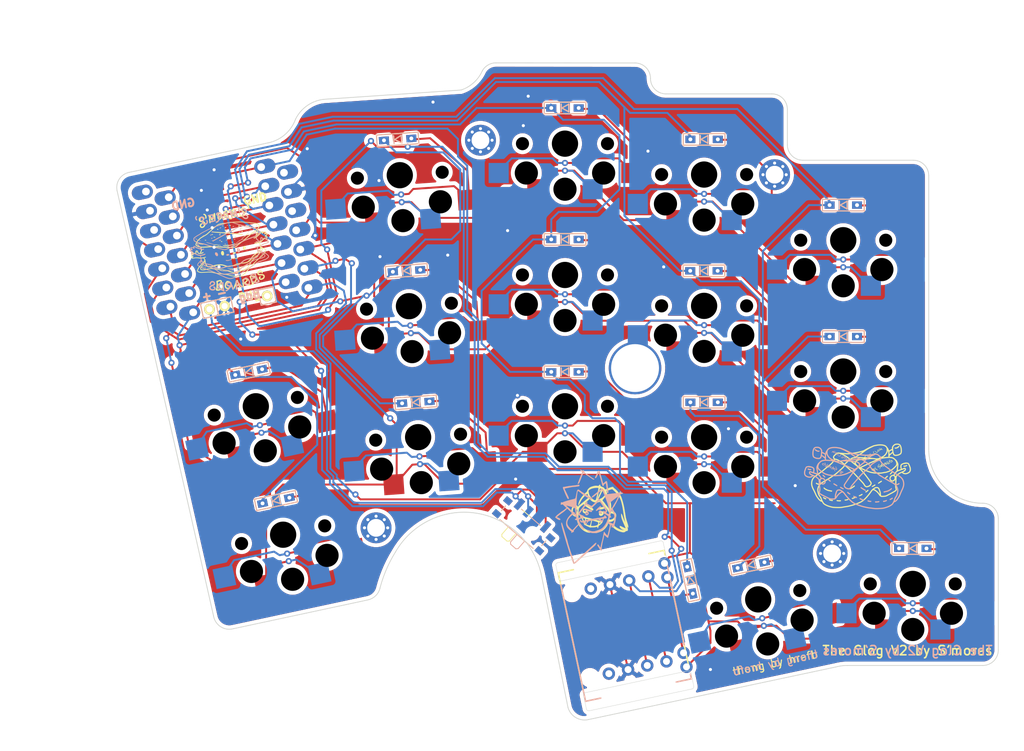
<source format=kicad_pcb>
(kicad_pcb (version 20211014) (generator pcbnew)
  (title_block (title "The Clog V2") (date "2022-06-26") (rev "1.1") (company "by S'mores"))
  (layers (0 "F.Cu" signal) (31 "B.Cu" signal) (34 "B.Paste" user) (35 "F.Paste" user) (36 "B.SilkS" user "B.Silkscreen") (37 "F.SilkS" user "F.Silkscreen") (38 "B.Mask" user) (39 "F.Mask" user) (44 "Edge.Cuts" user))
  (net 0 "")
  (net 1 "Bat+")
  (net 2 "GND")
  (net 3 "Col1")
  (net 4 "Col2")
  (net 5 "Net-(D2-Pad2)")
  (net 6 "Col3")
  (net 7 "Net-(D3-Pad2)")
  (net 8 "Col4")
  (net 9 "Net-(D4-Pad2)")
  (net 10 "Col5")
  (net 11 "Net-(D5-Pad2)")
  (net 12 "Net-(D6-Pad2)")
  (net 13 "Net-(D7-Pad2)")
  (net 14 "Net-(D8-Pad2)")
  (net 15 "Net-(D9-Pad2)")
  (net 16 "Net-(D10-Pad2)")
  (net 17 "Net-(D11-Pad2)")
  (net 18 "Net-(D12-Pad2)")
  (net 19 "Net-(D13-Pad2)")
  (net 20 "Net-(D14-Pad2)")
  (net 21 "S16R")
  (net 22 "Net-(D17-Pad2)")
  (net 23 "Net-(D18-Pad2)")
  (net 24 "Row1")
  (net 25 "Row2")
  (net 26 "Row3")
  (net 27 "Row4")
  (net 28 "EncL")
  (net 29 "EncR")
  (net 31 "Power")
  (net 35 "unconnected-(U1-Pad14)")
  (footprint "art:clogs" (layer "F.Cu") (at 197.82843 102.612905 1)
    (fp_text reference "G***" hide)
    (fp_text value "LOGO" hide)
  )
  (footprint "footprints:smd-diode" (layer "F.Cu") (at 118.013535 89.943114 12)
    (fp_text reference "D6" hide)
    (fp_text value "1N4148W" hide)
  )
  (footprint "footprints:smd-diode" (layer "F.Cu") (at 158.934527 89.916)
    (fp_text reference "D13" hide)
    (fp_text value "1N4148W" hide)
  )
  (footprint "pg1350:pg1350-DH" (layer "F.Cu") (at 158.934528 94.371807 180)
    (fp_text reference "SW13" hide)
    (fp_text value "Switch")
  )
  (footprint "footprints:smd-diode" (layer "F.Cu") (at 194.945 68.326)
    (fp_text reference "D5" hide)
    (fp_text value "1N4148W" hide)
  )
  (footprint "footprints:xiao-ble" (layer "F.Cu") (at 116.70769 73.173221 12)
    (fp_text reference "U2" hide)
    (fp_text value "xiao-ble" hide)
  )
  (footprint "pg1350:pg1350-DH" (layer "F.Cu") (at 158.934529 60.371806 180)
    (fp_text reference "SW3" hide)
    (fp_text value "Switch")
  )
  (footprint "pg1350:pg1350-DH" (layer "F.Cu") (at 139.934528 98.371806 -176)
    (fp_text reference "SW12" hide)
    (fp_text value "Switch")
  )
  (footprint "footprints:evq" (layer "F.Cu") (at 167.168303 122.69371 -78)
    (fp_text reference "SW16_1" hide)
    (fp_text value "EVQWGD001" hide)
    (fp_line (start 9.8 7.3) (end 9.8 -6.3) (layer "Edge.Cuts") (width 0.05))
    (fp_line (start 7.7 7.6) (end 9.5 7.6) (layer "Edge.Cuts") (width 0.05))
    (fp_line (start 9.5 -6.6) (end 7.7 -6.6) (layer "Edge.Cuts") (width 0.05))
    (fp_line (start 7.4 -6.3) (end 7.4 7.3) (layer "Edge.Cuts") (width 0.05))
    (fp_arc (start 9.8 7.3) (mid 9.712132 7.512132) (end 9.5 7.6) (layer "Edge.Cuts") (width 0.05))
    (fp_arc (start 7.4 -6.3) (mid 7.487868 -6.512132) (end 7.7 -6.6) (layer "Edge.Cuts") (width 0.05))
    (fp_arc (start 7.7 7.6) (mid 7.487868 7.512132) (end 7.4 7.3) (layer "Edge.Cuts") (width 0.05))
    (fp_arc (start 9.5 -6.6) (mid 9.712132 -6.512132) (end 9.8 -6.3) (layer "Edge.Cuts") (width 0.05))
  )
  (footprint "footprints:m2-hole" (layer "F.Cu") (at 134.493 110.109)
    (fp_text reference "Ref**" hide)
    (fp_text value "Val**" hide)
  )
  (footprint "footprints:smd-diode" (layer "F.Cu") (at 175.113666 116.888233 -78)
    (fp_text reference "D16" hide)
    (fp_text value "1N4148W" hide)
  )
  (footprint "footprints:smd-diode" (layer "F.Cu") (at 176.934529 59.817)
    (fp_text reference "D4" hide)
    (fp_text value "1N4148W" hide)
  )
  (footprint "pg1350:pg1350-DH" (layer "F.Cu") (at 176.934529 81.371806 180)
    (fp_text reference "SW9" hide)
    (fp_text value "Switch")
  )
  (footprint "pg1350:pg1350-DH" (layer "F.Cu") (at 118.934529 94.371806 -168)
    (fp_text reference "SW6" hide)
    (fp_text value "Switch")
  )
  (footprint "pg1350:pg1350-DH" (layer "F.Cu") (at 176.934529 98.371806 180)
    (fp_text reference "SW14" hide)
    (fp_text value "Switch")
  )
  (footprint "footprints:m2-hole" (layer "F.Cu") (at 186.055 64.389)
    (fp_text reference "Ref**" hide)
    (fp_text value "Val**" hide)
  )
  (footprint "pg1350:pg1350-DH" (layer "F.Cu") (at 137.562809 64.454629 -176)
    (fp_text reference "SW2" hide)
    (fp_text value "Switch")
  )
  (footprint "footprints:smd-diode" (layer "F.Cu") (at 194.948 85.344)
    (fp_text reference "D10" hide)
    (fp_text value "1N4148W" hide)
  )
  (footprint "footprints:smd-diode" (layer "F.Cu") (at 176.934528 93.853)
    (fp_text reference "D14" hide)
    (fp_text value "1N4148W" hide)
  )
  (footprint "footprints:smd-diode" (layer "F.Cu") (at 203.934528 112.776)
    (fp_text reference "D18" hide)
    (fp_text value "1N4148W" hide)
  )
  (footprint "pg1350:pg1350-DH" (layer "F.Cu") (at 203.934529 117.371806 180)
    (fp_text reference "SW18" hide)
    (fp_text value "Switch")
  )
  (footprint "footprints:smd-diode" (layer "F.Cu") (at 121.541629 106.576165 12)
    (fp_text reference "D11" hide)
    (fp_text value "1N4148W" hide)
  )
  (footprint "footprints:catra_half" (layer "F.Cu") (at 161.85 108.65)
    (fp_text reference "Ref**" hide)
    (fp_text value "Val**" hide)
  )
  (footprint "pg1350:pg1350-DH" (layer "F.Cu") (at 122.469027 111.000316 -168)
    (fp_text reference "SW11" hide)
    (fp_text value "Switch")
  )
  (footprint "footprints:m2-hole" (layer "F.Cu") (at 193.498328 113.426632)
    (fp_text reference "Ref**" hide)
    (fp_text value "Val**" hide)
  )
  (footprint "footprints:smd-diode" (layer "F.Cu") (at 139.63367 93.864054 4)
    (fp_text reference "D12" hide)
    (fp_text value "1N4148W" hide)
  )
  (footprint "art:smores" (layer "F.Cu") (at 115.5 74.5 12)
    (fp_text reference "G***" hide)
    (fp_text value "LOGO" hide)
  )
  (footprint "pg1350:pg1350-DH" (layer "F.Cu") (at 183.934528 119.371807 -168)
    (fp_text reference "SW17" hide)
    (fp_text value "Switch")
  )
  (footprint "footprints:tenting-puck" (layer "F.Cu") (at 167.998328 89.426631)
    (fp_text reference "REF**" hide)
    (fp_text value "Tenting Puck" hide)
  )
  (footprint "footprints:m2-hole" (layer "F.Cu") (at 147.998328 59.926631)
    (fp_text reference "Ref**" hide)
    (fp_text value "Val**" hide)
  )
  (footprint "footprints:smd-diode" (layer "F.Cu") (at 137.287 59.817 4)
    (fp_text reference "D2" hide)
    (fp_text value "1N4148W" hide)
  )
  (footprint "footprints:smd-diode" (layer "F.Cu") (at 158.934527 72.771)
    (fp_text reference "D8" hide)
    (fp_text value "1N4148W" hide)
  )
  (footprint "footprints:single-pin" (layer "F.Cu") (at 120.395736 80.093489 12)
    (fp_text reference "PW1" hide)
    (fp_text value "MountingHole_Pad" hide)
  )
  (footprint "footprints:single-pin" (layer "F.Cu") (at 112.938648 81.815722 12)
    (fp_text reference "+1" hide)
    (fp_text value "MountingHole_Pad" hide)
  )
  (footprint "footprints:smd-diode" (layer "F.Cu") (at 158.934527 55.753)
    (fp_text reference "D3" hide)
    (fp_text value "1N4148W" hide)
  )
  (footprint "footprints:smd-diode" (layer "F.Cu") (at 183.007 114.935 12)
    (fp_text reference "D17" hide)
    (fp_text value "1N4148W" hide)
  )
  (footprint "pg1350:pg1350-DH" (layer "F.Cu") (at 158.934529 77.371807 180)
    (fp_text reference "SW8" hide)
    (fp_text value "Switch")
  )
  (footprint "Button_Switch_SMD:SW_SPDT_PCM12" (layer "F.Cu") (at 153.797 109.601 -41)
    (fp_text reference "SW20" hide)
    (fp_text value "SW_SPDT" hide)
  )
  (footprint "pg1350:pg1350-DH" (layer "F.Cu") (at 194.93453 72.871806 180)
    (fp_text reference "SW5" hide)
    (fp_text value "Switch")
  )
  (footprint "pg1350:pg1350-DH" (layer "F.Cu") (at 194.934529 89.871806 180)
    (fp_text reference "SW10" hide)
    (fp_text value "Switch")
  )
  (footprint "footprints:single-pin" (layer "F.Cu") (at 114.894943 81.399898 12)
    (fp_text reference "-1" hide)
    (fp_text value "MountingHole_Pad" hide)
  )
  (footprint "footprints:smd-diode" (layer "F.Cu") (at 176.911 76.835)
    (fp_text reference "D9" hide)
    (fp_text value "1N4148W" hide)
  )
  (footprint "pg1350:pg1350-DH" (layer "F.Cu") (at 176.934528 64.371806 180)
    (fp_text reference "SW4" hide)
    (fp_text value "Switch")
  )
  (footprint "footprints:adora_half" (layer "F.Cu") (at 163.214047 107.751686)
    (fp_text reference "Ref**" hide)
    (fp_text value "Val**" hide)
  )
  (footprint "footprints:smd-diode" (layer "F.Cu") (at 138.437324 76.835 4)
    (fp_text reference "D7" hide)
    (fp_text value "1N4148W" hide)
  )
  (footprint "pg1350:pg1350-DH" (layer "F.Cu") (at 138.74867 81.413216 -176)
    (fp_text reference "SW7" hide)
    (fp_text value "Switch")
  )
  (footprint "art:clogs" (layer "B.Cu") (at 195.720516 102.879927 -179)
    (fp_text reference "G***" hide)
    (fp_text value "LOGO" hide)
  )
  (footprint "art:smores" (layer "B.Cu") (at 115.882608 74.471797 -168)
    (fp_text reference "G***" hide)
    (fp_text value "LOGO" hide)
  )
  (footprint "Button_Switch_SMD:SW_SPDT_PCM12" (layer "B.Cu") (at 153.797 109.601 139)
    (fp_text reference "SW21" hide)
    (fp_text value "SW_SPDT" hide)
  )
  (footprint "footprints:xiao-ble" (layer "B.Cu") (at 113.757348 72.440636 -168)
    (fp_text reference "U1" hide)
    (fp_text value "xiao-ble" hide)
  )
  (footprint "footprints:evq" (layer "B.Cu") (at 167.168303 122.69371 102)
    (fp_text reference "SW16_2" hide)
    (fp_text value "EVQWGD001" hide)
    (fp_line (start 7.7 -7.6) (end 9.5 -7.6) (layer "Edge.Cuts") (width 0.05))
    (fp_line (start 9.8 -7.3) (end 9.8 6.3) (layer "Edge.Cuts") (width 0.05))
    (fp_line (start 9.5 6.6) (end 7.7 6.6) (layer "Edge.Cuts") (width 0.05))
    (fp_line (start 7.4 6.3) (end 7.4 -7.3) (layer "Edge.Cuts") (width 0.05))
    (fp_arc (start 7.4 -7.3) (mid 7.487868 -7.512132) (end 7.7 -7.6) (layer "Edge.Cuts") (width 0.05))
    (fp_arc (start 9.5 -7.6) (mid 9.712132 -7.512132) (end 9.8 -7.3) (layer "Edge.Cuts") (width 0.05))
    (fp_arc (start 7.7 6.6) (mid 7.487868 6.512132) (end 7.4 6.3) (layer "Edge.Cuts") (width 0.05))
    (fp_arc (start 9.8 6.3) (mid 9.712132 6.512132) (end 9.5 6.6) (layer "Edge.Cuts") (width 0.05))
  )
  (gr_arc (start 148.248329 50.926632) (mid 147.136333 52.465937) (end 145.498328 53.426633) (layer "Edge.Cuts") (width 0.1))
  (gr_line (start 167.998327 49.926631) (end 149.998328 49.911068) (layer "Edge.Cuts") (width 0.1))
  (gr_arc (start 115.998328 123.17663) (mid 114.367972 122.900663) (end 113.464826 121.515548) (layer "Edge.Cuts") (width 0.1))
  (gr_arc (start 193.998327 128.119213) (mid 194.742171 127.974973) (end 195.498328 127.926631) (layer "Edge.Cuts") (width 0.1))
  (gr_arc (start 124.06693 57.214424) (mid 125.573907 55.45195) (end 127.742624 54.631) (layer "Edge.Cuts") (width 0.1))
  (gr_line (start 113.464826 121.515548) (end 100.985938 66.465388) (layer "Edge.Cuts") (width 0.1))
  (gr_line (start 127.742624 54.631) (end 145.498328 53.426633) (layer "Edge.Cuts") (width 0.1))
  (gr_line (start 212.998328 127.926631) (end 195.498328 127.926631) (layer "Edge.Cuts") (width 0.1))
  (gr_arc (start 161.998327 134.92663) (mid 160.335901 134.676255) (end 159.316103 133.339708) (layer "Edge.Cuts") (width 0.1))
  (gr_arc (start 185.706 53.926631) (mid 187.120194 54.512437) (end 187.706 55.926632) (layer "Edge.Cuts") (width 0.1))
  (gr_line (start 185.706 53.926631) (end 171.998327 53.926631) (layer "Edge.Cuts") (width 0.1))
  (gr_line (start 159.316103 133.339708) (end 155.862809 116.141385) (layer "Edge.Cuts") (width 0.1))
  (gr_arc (start 124.06693 57.214424) (mid 122.73154 59.170286) (end 120.622141 60.246903) (layer "Edge.Cuts") (width 0.1))
  (gr_arc (start 212.998327 106.926631) (mid 214.412542 107.512416) (end 214.998328 108.926631) (layer "Edge.Cuts") (width 0.1))
  (gr_line (start 187.706 55.926632) (end 187.706 60.516001) (layer "Edge.Cuts") (width 0.1))
  (gr_arc (start 167.998327 49.926631) (mid 169.412541 50.512418) (end 169.998327 51.926632) (layer "Edge.Cuts") (width 0.1))
  (gr_arc (start 148.248329 50.926632) (mid 148.986662 50.18335) (end 149.998328 49.911068) (layer "Edge.Cuts") (width 0.1))
  (gr_arc (start 214.998327 125.926631) (mid 214.412541 127.340845) (end 212.998328 127.926631) (layer "Edge.Cuts") (width 0.1))
  (gr_arc (start 189.706 62.516) (mid 188.291767 61.930234) (end 187.706 60.516001) (layer "Edge.Cuts") (width 0.1))
  (gr_arc (start 171.998327 53.926631) (mid 170.584114 53.340845) (end 169.998327 51.926632) (layer "Edge.Cuts") (width 0.1))
  (gr_arc (start 137 113.25) (mid 147.42601 108.207088) (end 155.862809 116.141385) (layer "Edge.Cuts") (width 0.1))
  (gr_arc (start 134.998328 117.926631) (mid 135.822581 115.512735) (end 137 113.25) (layer "Edge.Cuts") (width 0.1))
  (gr_line (start 102.52641 64.093269) (end 120.622141 60.246903) (layer "Edge.Cuts") (width 0.1))
  (gr_arc (start 203.998327 62.516) (mid 205.412512 63.101798) (end 205.998328 64.516) (layer "Edge.Cuts") (width 0.1))
  (gr_line (start 214.998328 108.926631) (end 214.998327 125.926631) (layer "Edge.Cuts") (width 0.1))
  (gr_line (start 133.498328 119.42663) (end 115.998328 123.17663) (layer "Edge.Cuts") (width 0.1))
  (gr_line (start 189.706 62.516) (end 203.998327 62.516) (layer "Edge.Cuts") (width 0.1))
  (gr_arc (start 134.998327 117.926631) (mid 134.456065 118.884368) (end 133.498328 119.42663) (layer "Edge.Cuts") (width 0.1))
  (gr_line (start 193.998327 128.119213) (end 161.998327 134.926631) (layer "Edge.Cuts") (width 0.1))
  (gr_arc (start 100.985938 66.465388) (mid 101.264892 64.960287) (end 102.52641 64.093269) (layer "Edge.Cuts") (width 0.1))
  (gr_line (start 205.998328 64.516) (end 205.998328 99.926631) (layer "Edge.Cuts") (width 0.1))
  (gr_arc (start 212.998327 106.926631) (mid 208.04858 104.876378) (end 205.998328 99.926631) (layer "Edge.Cuts") (width 0.1))
  (gr_text "GND" (at 109.53881 68.225611 12) (layer "B.SilkS") (effects (font (size 1 1) (thickness 0.25)) (justify mirror)))
  (gr_text "Bdg" (at 118.090948 80.072216 12) (layer "B.SilkS") (effects (font (size 1 1) (thickness 0.25)) (justify mirror)))
  (gr_text "+" (at 112.574802 80.103963 12) (layer "B.SilkS") (effects (font (size 1 1) (thickness 0.25)) (justify mirror)))
  (gr_text "The Clog V2 by S'mores" (at 203.25 126) (layer "B.SilkS") (effects (font (size 1.2 1.2) (thickness 0.2)) (justify mirror)))
  (gr_text "-" (at 114.531097 79.68814 12) (layer "B.SilkS") (effects (font (size 1 1) (thickness 0.25)) (justify mirror)))
  (gr_text "thong by hrefb" (at 186.14635 127.589491 12) (layer "B.SilkS") (effects (font (size 1 1)) (justify mirror)))
  (gr_text "The Clog V2 by S'mores" (at 203.25 126) (layer "F.SilkS") (effects (font (size 1.2 1.2) (thickness 0.2))))
  (gr_text "Bdg" (at 118.090948 80.072216 12) (layer "F.SilkS") (effects (font (size 1 1) (thickness 0.25))))
  (gr_text "-" (at 114.531097 79.68814 12) (layer "F.SilkS") (effects (font (size 1 1) (thickness 0.25))))
  (gr_text "thong by hrefb" (at 186.15 127.6 12) (layer "F.SilkS") (effects (font (size 1 1))))
  (gr_text "+" (at 112.582088 80.104223 12) (layer "F.SilkS") (effects (font (size 1 1) (thickness 0.25))))
  (gr_text "GND" (at 118.846565 67.525112 12) (layer "F.SilkS") (effects (font (size 1 1) (thickness 0.25))))
  (segment (start 154.169132 106.036132) (end 155.301197 107.168197) (width 0.25) (layer "F.Cu") (net 1))
  (segment (start 155.301197 107.168197) (end 155.301197 109.01381) (width 0.25) (layer "F.Cu") (net 1))
  (via (at 154.169132 106.036132) (size 0.8) (drill 0.4) (layers "F.Cu" "B.Cu") (net 1))
  (segment (start 128.143 89.027) (end 128.143 102.625604) (width 0.25) (layer "B.Cu") (net 1))
  (segment (start 154.169132 106.036132) (end 154.169132 108.029721) (width 0.25) (layer "B.Cu") (net 1))
  (segment (start 148.149604 106.865) (end 149.927604 105.087) (width 0.25) (layer "B.Cu") (net 1))
  (segment (start 128.963 104.198) (end 131.63 106.865) (width 0.25) (layer "B.Cu") (net 1))
  (segment (start 126.366 87.25) (end 128.143 89.027) (width 0.25) (layer "B.Cu") (net 1))
  (segment (start 113.250515 83.532515) (end 116.968 87.25) (width 0.25) (layer "B.Cu") (net 1))
  (segment (start 149.927604 105.087) (end 153.22 105.087) (width 0.25) (layer "B.Cu") (net 1))
  (segment (start 128.963 103.445604) (end 128.963 104.198) (width 0.25) (layer "B.Cu") (net 1))
  (segment (start 153.22 105.087) (end 154.169132 106.036132) (width 0.25) (layer "B.Cu") (net 1))
  (segment (start 131.63 106.865) (end 148.149604 106.865) (width 0.25) (layer "B.Cu") (net 1))
  (segment (start 116.968 87.25) (end 126.366 87.25) (width 0.25) (layer "B.Cu") (net 1))
  (segment (start 128.143 102.625604) (end 128.963 103.445604) (width 0.25) (layer "B.Cu") (net 1))
  (segment (start 112.938648 81.815722) (end 113.250515 83.282943) (width 0.25) (layer "B.Cu") (net 1))
  (segment (start 113.250515 83.282943) (end 113.250515 83.532515) (width 0.25) (layer "B.Cu") (net 1))
  (segment (start 164.756552 117.455678) (end 167.095559 128.459838) (width 0.25) (layer "F.Cu") (net 2))
  (segment (start 105.247672 69.055933) (end 104.383323 69.239656) (width 0.25) (layer "F.Cu") (net 2))
  (via (at 122.936 80.264) (size 0.8) (drill 0.4) (layers "F.Cu" "B.Cu") (net 2))
  (via (at 154.178 54.229) (size 0.8) (drill 0.4) (layers "F.Cu" "B.Cu") (net 2))
  (via (at 112.649 68.961) (size 0.8) (drill 0.4) (layers "F.Cu" "B.Cu") (net 2))
  (via (at 141.859 54.991) (size 0.8) (drill 0.4) (layers "F.Cu" "B.Cu") (net 2))
  (via (at 177.75 128.45) (size 0.8) (drill 0.4) (layers "F.Cu" "B.Cu") (net 2))
  (via (at 180.086 97.282) (size 0.8) (drill 0.4) (layers "F.Cu" "B.Cu") (net 2))
  (via (at 171.704 76.327) (size 0.8) (drill 0.4) (layers "F.Cu" "B.Cu") (net 2))
  (via (at 113.284 71.247) (size 0.8) (drill 0.4) (layers "F.Cu" "B.Cu") (net 2))
  (via (at 113.538 73.787) (size 0.8) (drill 0.4) (layers "F.Cu" "B.Cu") (net 2))
  (via (at 188.722 104.648) (size 0.8) (drill 0.4) (layers "F.Cu" "B.Cu") (net 2))
  (via (at 114.173 76.327) (size 0.8) (drill 0.4) (layers "F.Cu" "B.Cu") (net 2))
  (via (at 113.538 63.754) (size 0.8) (drill 0.4) (layers "F.Cu" "B.Cu") (net 2))
  (via (at 116.981652 85.675293) (size 0.8) (drill 0.4) (layers "F.Cu" "B.Cu") (net 2))
  (via (at 152.55 103.8) (size 0.8) (drill 0.4) (layers "F.Cu" "B.Cu") (net 2))
  (via (at 151.511 71.628) (size 0.8) (drill 0.4) (layers "F.Cu" "B.Cu") (net 2))
  (via (at 134.874 65.151) (size 0.8) (drill 0.4) (layers "F.Cu" "B.Cu") (net 2))
  (via (at 126.619 72.263) (size 0.8) (drill 0.4) (layers "F.Cu" "B.Cu") (net 2))
  (via (at 114.427 78.867) (size 0.8) (drill 0.4) (layers "F.Cu" "B.Cu") (net 2))
  (via (at 111.887 66.421) (size 0.8) (drill 0.4) (layers "F.Cu" "B.Cu") (net 2))
  (via (at 153.543 58.039) (size 0.8) (drill 0.4) (layers "F.Cu" "B.Cu") (net 2))
  (via (at 125.586474 61.022471) (size 0.8) (drill 0.4) (layers "F.Cu" "B.Cu") (net 2))
  (via (at 135 75) (size 0.8) (drill 0.4) (layers "F.Cu" "B.Cu") (net 2))
  (via (at 169.672 61.341) (size 0.8) (drill 0.4) (layers "F.Cu" "B.Cu") (net 2))
  (via (at 152.781 92.964) (size 0.8) (drill 0.4) (layers "F.Cu" "B.Cu") (net 2))
  (via (at 143.764 74.803) (size 0.8) (drill 0.4) (layers "F.Cu" "B.Cu") (net 2))
  (segment (start 125.586474 64.022471) (end 125.586474 61.022471) (width 0.25) (layer "B.Cu") (net 2))
  (segment (start 114.894943 81.399898) (end 115.615069 84.787823) (width 0.25) (layer "B.Cu") (net 2))
  (segment (start 115.615069 84.787823) (end 116.981652 85.675293) (width 0.25) (layer "B.Cu") (net 2))
  (segment (start 123.104983 66.619944) (end 123.104983 66.503962) (width 0.25) (layer "B.Cu") (net 2))
  (segment (start 123.104983 66.503962) (end 125.586474 64.022471) (width 0.25) (layer "B.Cu") (net 2))
  (segment (start 111.517484 85.951576) (end 109.072114 86.471356) (width 0.25) (layer "F.Cu") (net 3))
  (segment (start 112.407029 86.529253) (end 111.517484 85.951576) (width 0.25) (layer "F.Cu") (net 3))
  (segment (start 112.407029 86.529253) (end 112.494419 86.529253) (width 0.25) (layer "F.Cu") (net 3))
  (segment (start 108.842931 87.797996) (end 109.228049 87.204966) (width 0.25) (layer "F.Cu") (net 3))
  (segment (start 112.494419 86.529253) (end 116.277323 90.312157) (width 0.25) (layer "F.Cu") (net 3))
  (segment (start 122.79512 78.309834) (end 111.862897 80.63355) (width 0.25) (layer "F.Cu") (net 3))
  (segment (start 109.228049 87.204966) (end 109.072114 86.471356) (width 0.25) (layer "F.Cu") (net 3))
  (segment (start 111.862897 80.63355) (end 110.838493 82.210993) (width 0.25) (layer "F.Cu") (net 3))
  (via (at 109.072114 86.471356) (size 0.8) (drill 0.4) (layers "F.Cu" "B.Cu") (net 3))
  (segment (start 123.517819 90.577819) (end 126.873 93.933) (width 0.25) (layer "B.Cu") (net 3))
  (segment (start 126.873 93.933) (end 126.873 99.361) (width 0.25) (layer "B.Cu") (net 3))
  (segment (start 109.072114 86.471356) (end 108.825437 85.310826) (width 0.25) (layer "B.Cu") (net 3))
  (segment (start 108.825437 85.310826) (end 110.838493 82.210993) (width 0.25) (layer "B.Cu") (net 3))
  (segment (start 126.873 99.361) (end 119.805417 106.428583) (width 0.25) (layer "B.Cu") (net 3))
  (segment (start 116.542985 90.577819) (end 123.517819 90.577819) (width 0.25) (layer "B.Cu") (net 3))
  (segment (start 116.277323 90.312157) (end 116.542985 90.577819) (width 0.25) (layer "B.Cu") (net 3))
  (segment (start 119.805417 106.428583) (end 119.805417 106.945208) (width 0.25) (layer "B.Cu") (net 3))
  (segment (start 122.267024 75.825339) (end 111.334801 78.149055) (width 0.25) (layer "F.Cu") (net 4))
  (segment (start 111.334801 78.149055) (end 110.310397 79.726498) (width 0.25) (layer "F.Cu") (net 4))
  (segment (start 129.86646 80.773456) (end 133.265916 80.050879) (width 0.25) (layer "F.Cu") (net 4))
  (segment (start 129.856987 80.788043) (end 129.86646 80.773456) (width 0.25) (layer "F.Cu") (net 4))
  (via (at 133.265916 80.050879) (size 0.8) (drill 0.4) (layers "F.Cu" "B.Cu") (net 4))
  (via (at 129.856987 80.788043) (size 0.8) (drill 0.4) (layers "F.Cu" "B.Cu") (net 4))
  (segment (start 121.653373 80.730105) (end 123.432462 81.885459) (width 0.25) (layer "B.Cu") (net 4))
  (segment (start 121.341505 79.262885) (end 121.653373 80.730105) (width 0.25) (layer "B.Cu") (net 4))
  (segment (start 137.072977 61.497471) (end 143.175078 61.497471) (width 0.25) (layer "B.Cu") (net 4))
  (segment (start 133.265916 80.050879) (end 133.574587 80.050879) (width 0.25) (layer "B.Cu") (net 4))
  (segment (start 135.01306 93.987872) (end 127.646 86.620812) (width 0.25) (layer "B.Cu") (net 4))
  (segment (start 123.728977 82.078018) (end 129.842399 80.77857) (width 0.25) (layer "B.Cu") (net 4))
  (segment (start 137.862994 93.987872) (end 135.01306 93.987872) (width 0.25) (layer "B.Cu") (net 4))
  (segment (start 122.267024 75.825339) (end 121.019242 77.746755) (width 0.25) (layer "B.Cu") (net 4))
  (segment (start 132.892248 80.050879) (end 133.265916 80.050879) (width 0.25) (layer "B.Cu") (net 4))
  (segment (start 145.386474 71.628) (end 144.243474 72.771) (width 0.25) (layer "B.Cu") (net 4))
  (segment (start 133.574587 80.050879) (end 136.666648 76.958818) (width 0.25) (layer "B.Cu") (net 4))
  (segment (start 121.019242 77.746755) (end 121.341505 79.262885) (width 0.25) (layer "B.Cu") (net 4))
  (segment (start 129.842399 80.77857) (end 129.856987 80.788043) (width 0.25) (layer "B.Cu") (net 4))
  (segment (start 145.386474 63.708867) (end 145.386474 71.628) (width 0.25) (layer "B.Cu") (net 4))
  (segment (start 127.646 86.620812) (end 127.646 85.297127) (width 0.25) (layer "B.Cu") (net 4))
  (segment (start 140.854466 72.771) (end 136.666648 76.958818) (width 0.25) (layer "B.Cu") (net 4))
  (segment (start 144.243474 72.771) (end 140.854466 72.771) (width 0.25) (layer "B.Cu") (net 4))
  (segment (start 143.175078 61.497471) (end 145.386474 63.708867) (width 0.25) (layer "B.Cu") (net 4))
  (segment (start 123.432462 81.885459) (end 123.728977 82.078018) (width 0.25) (layer "B.Cu") (net 4))
  (segment (start 135.516324 59.940818) (end 137.072977 61.497471) (width 0.25) (layer "B.Cu") (net 4))
  (segment (start 127.646 85.297127) (end 132.892248 80.050879) (width 0.25) (layer "B.Cu") (net 4))
  (segment (start 121.738929 73.340844) (end 121.727755 73.35805) (width 0.25) (layer "F.Cu") (net 6))
  (segment (start 110.795531 75.681766) (end 109.782301 77.242003) (width 0.25) (layer "F.Cu") (net 6))
  (segment (start 121.727755 73.35805) (end 110.795531 75.681766) (width 0.25) (layer "F.Cu") (net 6))
  (segment (start 117.931123 65.419429) (end 115.688858 65.896037) (width 0.25) (layer "F.Cu") (net 6))
  (via (at 115.688858 65.896037) (size 0.8) (drill 0.4) (layers "F.Cu" "B.Cu") (net 6))
  (via (at 117.931123 65.419429) (size 0.8) (drill 0.4) (layers "F.Cu" "B.Cu") (net 6))
  (segment (start 163.957 57.277) (end 165.989 59.309) (width 0.25) (layer "B.Cu") (net 6))
  (segment (start 151.834698 89.916) (end 157.159527 89.916) (width 0.25) (layer "B.Cu") (net 6))
  (segment (start 115.96282 69.589795) (end 121.738929 73.340844) (width 0.25) (layer "B.Cu") (net 6))
  (segment (start 125.156424 58.78251) (end 123.816474 60.845853) (width 0.25) (layer "B.Cu") (net 6))
  (segment (start 157.159527 70.170473) (end 157.159527 72.771) (width 0.25) (layer "B.Cu") (net 6))
  (segment (start 148.151698 79.432302) (end 148.151698 86.233) (width 0.25) (layer "B.Cu") (net 6))
  (segment (start 146.64745 56.60445) (end 145.363667 57.888233) (width 0.25) (layer "B.Cu") (net 6))
  (segment (start 147.4989 55.753) (end 146.64745 56.60445) (width 0.25) (layer "B.Cu") (net 6))
  (segment (start 123.816474 60.845853) (end 123.623914 61.142367) (width 0.25) (layer "B.Cu") (net 6))
  (segment (start 157.159527 55.753) (end 147.4989 55.753) (width 0.25) (layer "B.Cu") (net 6))
  (segment (start 167.132 104.14) (end 166.0525 103.0605) (width 0.25) (layer "B.Cu") (net 6))
  (segment (start 129.363666 57.888233) (end 125.156424 58.78251) (width 0.25) (layer "B.Cu") (net 6))
  (segment (start 115.688858 65.896037) (end 115.30374 66.489067) (width 0.25) (layer "B.Cu") (net 6))
  (segment (start 166.0525 103.0605) (end 166.0525 96.5835) (width 0.25) (layer "B.Cu") (net 6))
  (segment (start 157.159527 55.753) (end 158.683527 57.277) (width 0.25) (layer "B.Cu") (net 6))
  (segment (start 165.395631 95.926631) (end 166.0525 96.5835) (width 0.25) (layer "B.Cu") (net 6))
  (segment (start 157.159527 55.371805) (end 157.159529 55.396806) (width 0.25) (layer "B.Cu") (net 6))
  (segment (start 165.989 66.294) (end 163.068 69.215) (width 0.25) (layer "B.Cu") (net 6))
  (segment (start 154.813 72.771) (end 148.151698 79.432302) (width 0.25) (layer "B.Cu") (net 6))
  (segment (start 172.085 104.14) (end 167.132 104.14) (width 0.25) (layer "B.Cu") (net 6))
  (segment (start 157.159527 55.371806) (end 157.089705 55.301985) (width 0.25) (layer "B.Cu") (net 6))
  (segment (start 158.683527 57.277) (end 163.957 57.277) (width 0.25) (layer "B.Cu") (net 6))
  (segment (start 161.498327 92.926631) (end 159.498328 90.926631) (width 0.25) (layer "B.Cu") (net 6))
  (segment (start 158.115 69.215) (end 157.159527 70.170473) (width 0.25) (layer "B.Cu") (net 6))
  (segment (start 145.363667 57.888233) (end 143.863666 57.888232) (width 0.25) (layer "B.Cu") (net 6))
  (segment (start 157.159527 72.771) (end 154.813 72.771) (width 0.25) (layer "B.Cu") (net 6))
  (segment (start 164.256343 95.926631) (end 162.498328 95.926631) (width 0.25) (layer "B.Cu") (net 6))
  (segment (start 143.863666 57.888232) (end 129.363666 57.888233) (width 0.25) (layer "B.Cu") (net 6))
  (segment (start 123.623914 61.142367) (end 119.22225 62.07797) (width 0.25) (layer "B.Cu") (net 6))
  (segment (start 163.068 69.215) (end 158.115 69.215) (width 0.25) (layer "B.Cu") (net 6))
  (segment (start 117.51095 63.442668) (end 117.931123 65.419429) (width 0.25) (layer "B.Cu") (net 6))
  (segment (start 159.498328 90.926631) (end 157.998327 90.926632) (width 0.25) (layer "B.Cu") (net 6))
  (segment (start 117.679138 63.183681) (end 117.51095 63.442668) (width 0.25) (layer "B.Cu") (net 6))
  (segment (start 174.744623 106.799623) (end 172.085 104.14) (width 0.25) (layer "B.Cu") (net 6))
  (segment (start 148.151698 86.233) (end 151.834698 89.916) (width 0.25) (layer "B.Cu") (net 6))
  (segment (start 157.159527 90.087832) (end 157.159527 89.916) (width 0.25) (layer "B.Cu") (net 6))
  (segment (start 162.498328 95.926631) (end 161.498328 94.926631) (width 0.25) (layer "B.Cu") (net 6))
  (segment (start 157.998327 90.926632) (end 157.159527 90.087832) (width 0.25) (layer "B.Cu") (net 6))
  (segment (start 165.989 59.309) (end 165.989 66.294) (width 0.25) (layer "B.Cu") (net 6))
  (segment (start 164.256343 95.926631) (end 165.395631 95.926631) (width 0.25) (layer "B.Cu") (net 6))
  (segment (start 119.22225 62.07797) (end 118.265069 62.281425) (width 0.25) (layer "B.Cu") (net 6))
  (segment (start 118.265069 62.281425) (end 117.679138 63.183681) (width 0.25) (layer "B.Cu") (net 6))
  (segment (start 161.498328 94.926631) (end 161.498327 92.926631) (width 0.25) (layer "B.Cu") (net 6))
  (segment (start 115.30374 66.489067) (end 115.96282 69.589795) (width 0.25) (layer "B.Cu") (net 6))
  (segment (start 174.744623 115.152021) (end 174.744623 106.799623) (width 0.25) (layer "B.Cu") (net 6))
  (segment (start 117.764462 67.24395) (end 116.400435 67.533883) (width 0.25) (layer "F.Cu") (net 8))
  (segment (start 116.400435 67.533883) (end 116.275306 67.452623) (width 0.25) (layer "F.Cu") (net 8))
  (segment (start 121.210833 70.856349) (end 110.278609 73.180065) (width 0.25) (layer "F.Cu") (net 8))
  (segment (start 110.278609 73.180065) (end 109.254206 74.757508) (width 0.25) (layer "F.Cu") (net 8))
  (via (at 117.764462 67.24395) (size 0.8) (drill 0.4) (layers "F.Cu" "B.Cu") (net 8))
  (via (at 116.275306 67.452623) (size 0.8) (drill 0.4) (layers "F.Cu" "B.Cu") (net 8))
  (segment (start 116.453174 68.289429) (end 120.604382 70.985254) (width 0.25) (layer "B.Cu") (net 8))
  (segment (start 173.772722 76.835) (end 166.624 69.686278) (width 0.25) (layer "B.Cu") (net 8))
  (segment (start 175.768 95.631) (end 175.159528 95.022528) (width 0.25) (layer "B.Cu") (net 8))
  (segment (start 124.857852 58.268542) (end 123.467981 60.408758) (width 0.25) (layer "B.Cu") (net 8))
  (segment (start 116.820741 63.680142) (end 117.548432 67.103659) (width 0.25) (layer "B.Cu") (net 8))
  (segment (start 181.270788 115.304043) (end 184.081 112.493831) (width 0.25) (layer "B.Cu") (net 8))
  (segment (start 175.159527 59.371807) (end 175.159529 59.396806) (width 0.25) (layer "B.Cu") (net 8))
  (segment (start 175.159529 59.371807) (end 172.175955 56.388233) (width 0.25) (layer "B.Cu") (net 8))
  (segment (start 123.275422 60.705271) (end 118.140147 61.796808) (width 0.25) (layer "B.Cu") (net 8))
  (segment (start 181.705 78.2) (end 176.501 78.2) (width 0.25) (layer "B.Cu") (net 8))
  (segment (start 184.081 112.493831) (end 184.081 98.737) (width 0.25) (layer "B.Cu") (net 8))
  (segment (start 166.612717 66.646051) (end 166.612717 55.637283) (width 0.25) (layer "B.Cu") (net 8))
  (segment (start 175.159528 95.022528) (end 175.159528 93.853) (width 0.25) (layer "B.Cu") (net 8))
  (segment (start 166.624 66.657334) (end 166.612717 66.646051) (width 0.25) (layer "B.Cu") (net 8))
  (segment (start 166.624 69.686278) (end 166.624 66.657334) (width 0.25) (layer "B.Cu") (net 8))
  (segment (start 181.483 95.631) (end 175.768 95.631) (width 0.25) (layer "B.Cu") (net 8))
  (segment (start 116.275306 67.452623) (end 116.453174 68.289429) (width 0.25) (layer "B.Cu") (net 8))
  (segment (start 176.501 78.2) (end 175.136 76.835) (width 0.25) (layer "B.Cu") (net 8))
  (segment (start 184.081 80.576) (end 181.705 78.2) (width 0.25) (layer "B.Cu") (net 8))
  (segment (start 167.363666 56.388232) (end 166.612717 55.637283) (width 0.25) (layer "B.Cu") (net 8))
  (segment (start 120.604382 70.985254) (end 121.210833 70.856349) (width 0.25) (layer "B.Cu") (net 8))
  (segment (start 184.081 98.229) (end 181.483 95.631) (width 0.25) (layer "B.Cu") (net 8))
  (segment (start 123.467981 60.408758) (end 123.275422 60.705271) (width 0.25) (layer "B.Cu") (net 8))
  (segment (start 117.548432 67.103659) (end 117.764462 67.24395) (width 0.25) (layer "B.Cu") (net 8))
  (segment (start 118.140147 61.796808) (end 118.028362 61.820568) (width 0.25) (layer "B.Cu") (net 8))
  (segment (start 163.363666 52.388232) (end 149.999384 52.388233) (width 0.25) (layer "B.Cu") (net 8))
  (segment (start 128.999384 57.388233) (end 124.857852 58.268542) (width 0.25) (layer "B.Cu") (net 8))
  (segment (start 149.999384 52.388233) (end 144.999384 57.388232) (width 0.25) (layer "B.Cu") (net 8))
  (segment (start 172.175955 56.388233) (end 167.363666 56.388232) (width 0.25) (layer "B.Cu") (net 8))
  (segment (start 184.081 98.737) (end 184.081 80.576) (width 0.25) (layer "B.Cu") (net 8))
  (segment (start 118.028362 61.820568) (end 116.820741 63.680142) (width 0.25) (layer "B.Cu") (net 8))
  (segment (start 184.081 98.737) (end 184.081 98.229) (width 0.25) (layer "B.Cu") (net 8))
  (segment (start 166.612717 55.637283) (end 163.363666 52.388232) (width 0.25) (layer "B.Cu") (net 8))
  (segment (start 144.999384 57.388232) (end 128.999384 57.388233) (width 0.25) (layer "B.Cu") (net 8))
  (segment (start 175.136 76.835) (end 173.772722 76.835) (width 0.25) (layer "B.Cu") (net 8))
  (segment (start 120.682737 68.371854) (end 109.750514 70.69557) (width 0.25) (layer "F.Cu") (net 10))
  (segment (start 109.750514 70.69557) (end 108.72611 72.273013) (width 0.25) (layer "F.Cu") (net 10))
  (segment (start 149.863666 51.888233) (end 163.863666 51.888233) (width 0.25) (layer "B.Cu") (net 10))
  (segment (start 144.863667 56.888232) (end 149.863666 51.888233) (width 0.25) (layer "B.Cu") (net 10))
  (segment (start 122.926929 60.268176) (end 124.522677 57.810938) (width 0.25) (layer "B.Cu") (net 10))
  (segment (start 184.531 92.71) (end 184.531 74.295) (width 0.25) (layer "B.Cu") (net 10))
  (segment (start 184.531 91.186) (end 190.373 85.344) (width 0.25) (layer "B.Cu") (net 10))
  (segment (start 184.531 92.71) (end 184.531 91.186) (width 0.25) (layer "B.Cu") (net 10))
  (segment (start 124.522677 57.810938) (end 128.863666 56.888233) (width 0.25) (layer "B.Cu") (net 10))
  (segment (start 116.251182 63.731831) (end 117.791654 61.359712) (width 0.25) (layer "B.Cu") (net 10))
  (segment (start 120.682737 68.371854) (end 118.569939 68.820943) (width 0.25) (layer "B.Cu") (net 10))
  (segment (start 184.531 104.775) (end 184.531 92.71) (width 0.25) (layer "B.Cu") (net 10))
  (segment (start 117.791654 61.359712) (end 122.926929 60.268176) (width 0.25) (layer "B.Cu") (net 10))
  (segment (start 199.730333 110.346805) (end 190.102805 110.346805) (width 0.25) (layer "B.Cu") (net 10))
  (segment (start 190.102805 110.346805) (end 184.531 104.775) (width 0.25) (layer "B.Cu") (net 10))
  (segment (start 190.373 85.344) (end 193.173 85.344) (width 0.25) (layer "B.Cu") (net 10))
  (segment (start 184.531 74.295) (end 190.5 68.326) (width 0.25) (layer "B.Cu") (net 10))
  (segment (start 163.863666 51.888233) (end 167.863667 55.888232) (width 0.25) (layer "B.Cu") (net 10))
  (segment (start 167.863667 55.888232) (end 181.237232 55.888232) (width 0.25) (layer "B.Cu") (net 10))
  (segment (start 117.134807 67.888958) (end 116.251182 63.731831) (width 0.25) (layer "B.Cu") (net 10))
  (segment (start 193.17 68.326) (end 190.5 68.326) (width 0.25) (layer "B.Cu") (net 10))
  (segment (start 193.17 67.821) (end 193.17 68.326) (width 0.25) (layer "B.Cu") (net 10))
  (segment (start 181.237232 55.888232) (end 193.17 67.821) (width 0.25) (layer "B.Cu") (net 10))
  (segment (start 118.569939 68.820943) (end 117.134807 67.888958) (width 0.25) (layer "B.Cu") (net 10))
  (segment (start 128.863666 56.888233) (end 144.863667 56.888232) (width 0.25) (layer "B.Cu") (net 10))
  (segment (start 202.159528 112.776) (end 199.730333 110.346805) (width 0.25) (layer "B.Cu") (net 10))
  (segment (start 175.482709 118.624445) (end 172.752949 119.147051) (width 0.25) (layer "F.Cu") (net 21))
  (segment (start 174.272377 126.295396) (end 172.752949 119.147051) (width 0.25) (layer "F.Cu") (net 21))
  (segment (start 172.752949 119.147051) (end 172.19326 116.51392) (width 0.25) (layer "F.Cu") (net 21))
  (segment (start 124.161175 71.588934) (end 124.95979 71.419183) (width 0.25) (layer "F.Cu") (net 24))
  (segment (start 126.176752 69.545225) (end 124.565437 61.964581) (width 0.25) (layer "F.Cu") (net 24))
  (segment (start 147.447 69.977) (end 141.097 69.977) (width 0.25) (layer "F.Cu") (net 24))
  (segment (start 122.945293 60.912447) (end 102.893268 65.174637) (width 0.25) (layer "F.Cu") (net 24))
  (segment (start 173.359528 70.271806) (end 166.537806 70.271806) (width 0.25) (layer "F.Cu") (net 24))
  (segment (start 160.137806 63.871806) (end 158.934529 63.871806) (width 0.25) (layer "F.Cu") (net 24))
  (segment (start 141.097 69.977) (end 139.066103 67.946103) (width 0.25) (layer "F.Cu") (net 24))
  (segment (start 124.913772 72.077676) (end 124.161175 71.588934) (width 0.25) (layer "F.Cu") (net 24))
  (segment (start 178.03453 67.871806) (end 188.93453 78.771806) (width 0.25) (layer "F.Cu") (net 24))
  (segment (start 176.934528 67.871806) (end 178.03453 67.871806) (width 0.25) (layer "F.Cu") (net 24))
  (segment (start 102.137045 66.339118) (end 103.488471 72.697077) (width 0.25) (layer "F.Cu") (net 24))
  (segment (start 105.723223 74.148342) (end 106.303864 74.024923) (width 0.25) (layer "F.Cu") (net 24))
  (segment (start 155.359529 66.271806) (end 151.152194 66.271806) (width 0.25) (layer "F.Cu") (net 24))
  (segment (start 188.93453 78.771806) (end 191.35953 78.771806) (width 0.25) (layer "F.Cu") (net 24))
  (segment (start 151.152194 66.271806) (end 147.447 69.977) (width 0.25) (layer "F.Cu") (net 24))
  (segment (start 126.176752 69.545225) (end 127.221163 70.589636) (width 0.25) (layer "F.Cu") (net 24))
  (segment (start 102.893268 65.174637) (end 102.137045 66.339118) (width 0.25) (layer "F.Cu") (net 24))
  (segment (start 127.221163 70.589636) (end 134.408081 70.589636) (width 0.25) (layer "F.Cu") (net 24))
  (segment (start 139.066103 67.946103) (end 137.806957 67.946103) (width 0.25) (layer "F.Cu") (net 24))
  (segment (start 103.488471 72.697077) (end 105.723223 74.148342) (width 0.25) (layer "F.Cu") (net 24))
  (segment (start 124.565437 61.964581) (end 122.945293 60.912447) (width 0.25) (layer "F.Cu") (net 24))
  (segment (start 166.537806 70.271806) (end 160.137806 63.871806) (width 0.25) (layer "F.Cu") (net 24))
  (segment (start 124.95979 71.419183) (end 126.176752 69.545225) (width 0.25) (layer "F.Cu") (net 24))
  (segment (start 105.70526 74.15216) (end 106.303864 74.024923) (width 0.25) (layer "B.Cu") (net 24))
  (segment (start 155.359529 83.271807) (end 152.313193 83.271807) (width 0.25) (layer "F.Cu") (net 25))
  (segment (start 107.345003 85.560539) (end 107.730122 84.967509) (width 0.25) (layer "F.Cu") (net 25))
  (segment (start 105.358004 83.427037) (end 107.730122 84.967509) (width 0.25) (layer "F.Cu") (net 25))
  (segment (start 162.179 83.312) (end 162.194195 83.296805) (width 0.25) (layer "F.Cu") (net 25))
  (segment (start 104.584212 79.786634) (end 105.358004 83.427037) (width 0.25) (layer "F.Cu") (net 25))
  (segment (start 129.351543 73.082432) (end 134.249983 76.263517) (width 0.25) (layer "F.Cu") (net 25))
  (segment (start 107.730122 84.967509) (end 108.916182 85.737745) (width 0.25) (layer "F.Cu") (net 25))
  (segment (start 162.194195 83.296805) (end 174.355805 83.296805) (width 0.25) (layer "F.Cu") (net 25))
  (segment (start 127.144664 81.863161) (end 128.734279 79.415368) (width 0.25) (layer "F.Cu") (net 25))
  (segment (start 177.802925 84.871806) (end 176.934529 84.871806) (width 0.25) (layer "F.Cu") (net 25))
  (segment (start 152.313193 83.271807) (end 148.59 86.995) (width 0.25) (layer "F.Cu") (net 25))
  (segment (start 136.144 86.998165) (end 135.593942 87.548223) (width 0.25) (layer "F.Cu") (net 25))
  (segment (start 113.484391 101.562079) (end 115.988412 101.562079) (width 0.25) (layer "F.Cu") (net 25))
  (segment (start 136.144 82.042) (end 136.144 86.998165) (width 0.25) (layer "F.Cu") (net 25))
  (segment (start 127.95738 75.760347) (end 125.194416 73.966057) (width 0.25) (layer "F.Cu") (net 25))
  (segment (start 134.249983 80.147983) (end 136.144 82.042) (width 0.25) (layer "F.Cu") (net 25))
  (segment (start 140.02269 84.90469) (end 138.992818 84.90469) (width 0.25) (layer "F.Cu") (net 25))
  (segment (start 106.693324 76.538886) (end 104.584212 79.786634) (width 0.25) (layer "F.Cu") (net 25))
  (segment (start 188.702925 95.771806) (end 177.802925 84.871806) (width 0.25) (layer "F.Cu") (net 25))
  (segment (start 158.934529 80.871807) (end 159.738807 80.871807) (width 0.25) (layer "F.Cu") (net 25))
  (segment (start 108.916182 85.737745) (end 127.144664 81.863161) (width 0.25) (layer "F.Cu") (net 25))
  (segment (start 148.59 86.995) (end 142.113 86.995) (width 0.25) (layer "F.Cu") (net 25))
  (segment (start 134.249983 76.263517) (end 134.249983 80.147983) (width 0.25) (layer "F.Cu") (net 25))
  (segment (start 108.020717 88.739518) (end 110.307746 99.499142) (width 0.25) (layer "F.Cu") (net 25))
  (segment (start 110.307746 99.499142) (end 113.484391 101.562079) (width 0.25) (layer "F.Cu") (net 25))
  (segment (start 174.355805 83.296805) (end 175.895 84.836) (width 0.25) (layer "F.Cu") (net 25))
  (segment (start 128.734279 79.415368) (end 127.95738 75.760347) (width 0.25) (layer "F.Cu") (net 25))
  (segment (start 125.194416 73.966057) (end 129.351543 73.082432) (width 0.25) (layer "F.Cu") (net 25))
  (segment (start 191.359529 95.771806) (end 188.702925 95.771806) (width 0.25) (layer "F.Cu") (net 25))
  (segment (start 106.831959 76.509418) (end 106.693324 76.538886) (width 0.25) (layer "F.Cu") (net 25))
  (segment (start 142.113 86.995) (end 140.02269 84.90469) (width 0.25) (layer "F.Cu") (net 25))
  (segment (start 159.738807 80.871807) (end 162.179 83.312) (width 0.25) (layer "F.Cu") (net 25))
  (segment (start 115.988412 101.562079) (end 116.66433 100.886161) (width 0.25) (layer "F.Cu") (net 25))
  (via (at 107.345003 85.560539) (size 0.8) (drill 0.4) (layers "F.Cu" "B.Cu") (net 25))
  (via (at 108.020717 88.739518) (size 0.8) (drill 0.4) (layers "F.Cu" "B.Cu") (net 25))
  (segment (start 108.020717 88.739518) (end 107.345003 85.560539) (width 0.25) (layer "B.Cu") (net 25))
  (segment (start 140.744361 101.86328) (end 143.275081 104.394) (width 0.25) (layer "F.Cu") (net 26))
  (segment (start 121.539 107.95) (end 120.269 109.22) (width 0.25) (layer "F.Cu") (net 26))
  (segment (start 137.16 104.126613) (end 136.7798 104.506813) (width 0.25) (layer "F.Cu") (net 26))
  (segment (start 122.442187 104.506813) (end 121.539 105.41) (width 0.25) (layer "F.Cu") (net 26))
  (segment (start 129.239937 75.539339) (end 130.462621 75.279449) (width 0.25) (layer "F.Cu") (net 26))
  (segment (start 105.379276 81.122249) (end 106.66557 79.14153) (width 0.25) (layer "F.Cu") (net 26))
  (segment (start 106.66557 79.14153) (end 107.360055 78.993913) (width 0.25) (layer "F.Cu") (net 26))
  (segment (start 128.255869 79.326701) (end 126.907956 81.402305) (width 0.25) (layer "F.Cu") (net 26))
  (segment (start 137.667526 103.595829) (end 137.498327 103.426631) (width 0.25) (layer "F.Cu") (net 26))
  (segment (start 126.907956 81.402305) (end 109.056763 85.196693) (width 0.25) (layer "F.Cu") (net 26))
  (segment (start 136.7798 104.506813) (end 122.442187 104.506813) (width 0.25) (layer "F.Cu") (net 26))
  (segment (start 137.16 96.771208) (end 137.16 104.126613) (width 0.25) (layer "F.Cu") (net 26))
  (segment (start 143.275081 104.394) (end 149.350604 104.394) (width 0.25) (layer "F.Cu") (net 26))
  (segment (start 121.539 105.41) (end 121.539 107.95) (width 0.25) (layer "F.Cu") (net 26))
  (segment (start 153.472797 100.271807) (end 155.359528 100.271807) (width 0.25) (layer "F.Cu") (net 26))
  (segment (start 140.178676 101.86328) (end 140.744361 101.86328) (width 0.25) (layer "F.Cu") (net 26))
  (segment (start 137.667525 104.257433) (end 137.667526 103.595829) (width 0.25) (layer "F.Cu") (net 26))
  (segment (start 120.269 109.22) (end 120.269 117.444499) (width 0.25) (layer "F.Cu") (net 26))
  (segment (start 158.934528 97.871807) (end 159.437397 97.871807) (width 0.25) (layer "F.Cu") (net 26))
  (segment (start 159.437397 97.871807) (end 161.837398 100.271808) (width 0.25) (layer "F.Cu") (net 26))
  (segment (start 126.006173 76.390258) (end 127.892024 77.614943) (width 0.25) (layer "F.Cu") (net 26))
  (segment (start 170.334529 104.271807) (end 173.359529 104.271806) (width 0.25) (layer "F.Cu") (net 26))
  (segment (start 161.837398 100.271808) (end 166.334528 100.271808) (width 0.25) (layer "F.Cu") (net 26))
  (segment (start 109.056763 85.196693) (end 105.7951 83.078544) (width 0.25) (layer "F.Cu") (net 26))
  (segment (start 105.7951 83.078544) (end 105.379276 81.122249) (width 0.25) (layer "F.Cu") (net 26))
  (segment (start 170.334529 104.271807) (end 166.334528 100.271808) (width 0.25) (layer "F.Cu") (net 26))
  (segment (start 136.315423 95.926631) (end 137.16 96.771208) (width 0.25) (layer "F.Cu") (net 26))
  (segment (start 120.269 117.444499) (end 120.198828 117.514671) (width 0.25) (layer "F.Cu") (net 26))
  (segment (start 149.350604 104.394) (end 153.472797 100.271807) (width 0.25) (layer "F.Cu") (net 26))
  (segment (start 130.462621 75.279449) (end 131.352166 75.857126) (width 0.25) (layer "F.Cu") (net 26))
  (segment (start 125.217367 76.557924) (end 126.006173 76.390258) (width 0.25) (layer "F.Cu") (net 26))
  (segment (start 127.892024 77.614943) (end 128.255869 79.326701) (width 0.25) (layer "F.Cu") (net 26))
  (via (at 131.352166 75.857126) (size 0.8) (drill 0.4) (layers "F.Cu" "B.Cu") (net 26))
  (via (at 129.239937 75.539339) (size 0.8) (drill 0.4) (layers "F.Cu" "B.Cu") (net 26))
  (via (at 136.315423 95.926631) (size 0.8) (drill 0.4) (layers "F.Cu" "B.Cu") (net 26))
  (segment (start 129.116709 75.729093) (end 129.239937 75.539339) (width 0.25) (layer "B.Cu") (net 26))
  (segment (start 127.196 86.807208) (end 127.196 85.110731) (width 0.25) (layer "B.Cu") (net 26))
  (segment (start 131.253792 75.9555) (end 131.352166 75.857126) (width 0.25) (layer "B.Cu") (net 26))
  (segment (start 131.253792 81.052939) (end 131.253792 75.9555) (width 0.25) (layer "B.Cu") (net 26))
  (segment (start 136.315423 95.926631) (end 127.196 86.807208) (width 0.25) (layer "B.Cu") (net 26))
  (segment (start 127.196 85.110731) (end 131.253792 81.052939) (width 0.25) (layer "B.Cu") (net 26))
  (segment (start 125.217367 76.557924) (end 129.116709 75.729093) (width 0.25) (layer "B.Cu") (net 26))
  (segment (start 186.295324 122.795324) (end 187.96 124.46) (width 0.25) (layer "F.Cu") (net 27))
  (segment (start 184.662219 122.795324) (end 186.295324 122.795324) (width 0.25) (layer "F.Cu") (net 27))
  (segment (start 181.850324 122.795324) (end 181.275008 122.220008) (width 0.25) (layer "F.Cu") (net 27))
  (segment (start 199.171335 124.46) (end 200.359529 123.271806) (width 0.25) (layer "F.Cu") (net 27))
  (segment (start 171.998327 106.926631) (end 175.125631 106.926631) (width 0.25) (layer "F.Cu") (net 27))
  (segment (start 177.758348 123.43548) (end 177.758348 125.003634) (width 0.25) (layer "F.Cu") (net 27))
  (segment (start 177.758348 123.43548) (end 175.692321 113.715588) (width 0.25) (layer "F.Cu") (net 27))
  (segment (start 175.099291 113.33047) (end 172.396709 113.904922) (width 0.25) (layer "F.Cu") (net 27))
  (segment (start 110.175491 84.44773) (end 108.099888 83.099817) (width 0.25) (layer "F.Cu") (net 27))
  (segment (start 175.099291 106.952971) (end 175.125631 106.926631) (width 0.25) (layer "F.Cu") (net 27))
  (segment (start 187.96 124.46) (end 199.171335 124.46) (width 0.25) (layer "F.Cu") (net 27))
  (segment (start 151.892 102.489) (end 167.560696 102.489) (width 0.25) (layer "F.Cu") (net 27))
  (segment (start 181.275008 122.220008) (end 177.499992 122.220008) (width 0.25) (layer "F.Cu") (net 27))
  (segment (start 125.890264 79.723656) (end 124.847705 81.329054) (width 0.25) (layer "F.Cu") (net 27))
  (segment (start 175.099291 113.33047) (end 175.099291 106.952971) (width 0.25) (layer "F.Cu") (net 27))
  (segment (start 131.826 105.791) (end 132.461 106.426) (width 0.25) (layer "F.Cu") (net 27))
  (segment (start 125.745462 79.042419) (end 125.890264 79.723656) (width 0.25) (layer "F.Cu") (net 27))
  (segment (start 175.125631 106.926631) (end 186.062368 106.926632) (width 0.25) (layer "F.Cu") (net 27))
  (segment (start 167.560696 102.489) (end 171.998327 106.926631) (width 0.25) (layer "F.Cu") (net 27))
  (segment (start 107.78802 81.632596) (end 107.888151 81.478408) (width 0.25) (layer "F.Cu") (net 27))
  (segment (start 147.955 106.426) (end 151.892 102.489) (width 0.25) (layer "F.Cu") (net 27))
  (segment (start 108.099888 83.099817) (end 107.78802 81.632596) (width 0.25) (layer "F.Cu") (net 27))
  (segment (start 184.662219 122.795324) (end 181.850324 122.795324) (width 0.25) (layer "F.Cu") (net 27))
  (segment (start 124.847705 81.329054) (end 110.175491 84.44773) (width 0.25) (layer "F.Cu") (net 27))
  (segment (start 177.758348 125.003634) (end 174.657013 128.104969) (width 0.25) (layer "F.Cu") (net 27))
  (segment (start 132.461 106.426) (end 147.955 106.426) (width 0.25) (layer "F.Cu") (net 27))
  (segment (start 175.692321 113.715588) (end 175.099291 113.33047) (width 0.25) (layer "F.Cu") (net 27))
  (segment (start 172.396709 113.904922) (end 171.888647 114.687268) (width 0.25) (layer "F.Cu") (net 27))
  (via (at 131.826 105.791) (size 0.8) (drill 0.4) (layers "F.Cu" "B.Cu") (net 27))
  (segment (start 128.593 102.439208) (end 128.593 88.840604) (width 0.25) (layer "B.Cu") (net 27))
  (segment (start 126.746 84.924335) (end 126.746 86.993604) (width 0.25) (layer "B.Cu") (net 27))
  (segment (start 129.413 103.259208) (end 128.593 102.439208) (width 0.25) (layer "B.Cu") (net 27))
  (segment (start 126.746 84.924335) (end 130.598685 81.07165) (width 0.25) (layer "B.Cu") (net 27))
  (segment (start 130.598685 80.729315) (end 130.31612 79.399951) (width 0.25) (layer "B.Cu") (net 27))
  (segment (start 128.593 88.840604) (end 127.318198 87.565802) (width 0.25) (layer "B.Cu") (net 27))
  (segment (start 130.598685 81.07165) (end 130.598685 80.729315) (width 0.25) (layer "B.Cu") (net 27))
  (segment (start 131.622494 105.791) (end 129.413 103.581506) (width 0.25) (layer "B.Cu") (net 27))
  (segment (start 130.31612 79.399951) (end 128.774228 78.398635) (width 0.25) (layer "B.Cu") (net 27))
  (segment (start 129.413 103.581506) (end 129.413 103.259208) (width 0.25) (layer "B.Cu") (net 27))
  (segment (start 126.746 86.993604) (end 127.318198 87.565802) (width 0.25) (layer "B.Cu") (net 27))
  (segment (start 131.826 105.791) (end 131.622494 105.791) (width 0.25) (layer "B.Cu") (net 27))
  (segment (start 128.774228 78.398635) (end 125.745462 79.042419) (width 0.25) (layer "B.Cu") (net 27))
  (segment (start 169.725542 116.399486) (end 172.064549 127.403647) (width 0.25) (layer "F.Cu") (net 28))
  (segment (start 108.694322 65.72658) (end 107.669919 67.304024) (width 0.25) (layer "F.Cu") (net 28))
  (segment (start 119.626546 63.402864) (end 108.694322 65.72658) (width 0.25) (layer "F.Cu") (net 28))
  (via (at 172.742526 113.06466) (size 0.8) (drill 0.4) (layers "F.Cu" "B.Cu") (net 28))
  (segment (start 158.15 102.2) (end 164.555604 102.2) (width 0.25) (layer "B.Cu") (net 28))
  (segment (start 125.512879 59.207345) (end 129.180931 58.427676) (width 0.25) (layer "B.Cu") (net 28))
  (segment (start 145.086474 59.772471) (end 145.086474 62.022471) (width 0.25) (layer "B.Cu") (net 28))
  (segment (start 171.192851 117.866795) (end 169.725542 116.399486) (width 0.25) (layer "B.Cu") (net 28))
  (segment (start 147.701698 83.184302) (end 147.701698 99.060698) (width 0.25) (layer "B.Cu") (net 28))
  (segment (start 156.407 100.457) (end 158.15 102.2) (width 0.25) (layer "B.Cu") (net 28))
  (segment (start 164.555604 102.2) (end 166.945604 104.59) (width 0.25) (layer "B.Cu") (net 28))
  (segment (start 166.945604 104.59) (end 171.898604 104.59) (width 0.25) (layer "B.Cu") (net 28))
  (segment (start 149.098 100.457) (end 156.407 100.457) (width 0.25) (layer "B.Cu") (net 28))
  (segment (start 171.898604 104.59) (end 172.742526 105.433922) (width 0.25) (layer "B.Cu") (net 28))
  (segment (start 172.742526 105.433922) (end 172.742526 113.06466) (width 0.25) (layer "B.Cu") (net 28))
  (segment (start 172.996495 117.866795) (end 171.192851 117.866795) (width 0.25) (layer "B.Cu") (net 28))
  (segment (start 129.180931 58.427676) (end 143.741679 58.427676) (width 0.25) (layer "B.Cu") (net 28))
  (segment (start 172.996495 117.866795) (end 173.574172 116.977251) (width 0.25) (layer "B.Cu") (net 28))
  (segment (start 145.086474 62.022471) (end 146.286474 63.222471) (width 0.25) (layer "B.Cu") (net 28))
  (segment (start 143.741679 58.427676) (end 145.086474 59.772471) (width 0.25) (layer "B.Cu") (net 28))
  (segment (start 123.2946 62.623195) (end 125.512879 59.207345) (width 0.25) (layer "B.Cu") (net 28))
  (segment (start 147.701698 99.060698) (end 149.098 100.457) (width 0.25) (layer "B.Cu") (net 28))
  (segment (start 119.626546 63.402864) (end 123.2946 62.623195) (width 0.25) (layer "B.Cu") (net 28))
  (segment (start 146.286474 63.222471) (end 146.286474 81.769078) (width 0.25) (layer "B.Cu") (net 28))
  (segment (start 146.286474 81.769078) (end 147.701698 83.184302) (width 0.25) (layer "B.Cu") (net 28))
  (segment (start 173.574172 116.977251) (end 172.742526 113.06466) (width 0.25) (layer "B.Cu") (net 28))
  (segment (start 118.007618 68.199782) (end 115.034916 68.83165) (width 0.25) (layer "F.Cu") (net 29))
  (segment (start 133.836474 60.022471) (end 134.586474 60.772471) (width 0.25) (layer "F.Cu") (net 29))
  (segment (start 109.222418 68.211075) (end 108.198014 69.788518) (width 0.25) (layer "F.Cu") (net 29))
  (segment (start 172.413269 111.272471) (end 173.970512 112.829714) (width 0.25) (layer "F.Cu") (net 29))
  (segment (start 118.747727 67.060115) (end 118.007618 68.199782) (width 0.25) (layer "F.Cu") (net 29))
  (segment (start 120.154642 65.887359) (end 109.222418 68.211075) (width 0.25) (layer "F.Cu") (net 29))
  (segment (start 129.441929 80.096937) (end 128.162124 74.075937) (width 0.25) (layer "F.Cu") (net 29))
  (segment (start 128.286575 81.876026) (end 129.441929 80.096937) (width 0.25) (layer "F.Cu") (net 29))
  (segment (start 134.586474 60.772471) (end 138.586474 60.772471) (width 0.25) (layer "F.Cu") (net 29))
  (segment (start 118.742609 67.03604) (end 118.747727 67.060115) (width 0.25) (layer "F.Cu") (net 29))
  (segment (start 171.836475 111.272471) (end 172.413269 111.272471) (width 0.25) (layer "F.Cu") (net 29))
  (segment (start 169.580054 127.931742) (end 167.241047 116.927582) (width 0.25) (layer "F.Cu") (net 29))
  (via (at 171.836475 111.272471) (size 0.8) (drill 0.4) (layers "F.Cu" "B.Cu") (net 29))
  (via (at 138.586474 60.772471) (size 0.8) (drill 0.4) (layers "F.Cu" "B.Cu") (net 29))
  (via (at 118.742609 67.03604) (size 0.8) (drill 0.4) (layers "F.Cu" "B.Cu") (net 29))
  (via (at 133.836474 60.022471) (size 0.8) (drill 0.4) (layers "F.Cu" "B.Cu") (net 29))
  (via (at 173.970512 112.829714) (size 0.8) (drill 0.4) (layers "F.Cu" "B.Cu") (net 29))
  (via (at 115.034916 68.83165) (size 0.8) (drill 0.4) (layers "F.Cu" "B.Cu") (net 29))
  (via (at 128.286575 81.876026) (size 0.8) (drill 0.4) (layers "F.Cu" "B.Cu") (net 29))
  (via (at 128.162124 74.075937) (size 0.8) (drill 0.4) (layers "F.Cu" "B.Cu") (net 29))
  (segment (start 128.094016 82.17254) (end 128.286575 81.876026) (width 0.25) (layer "B.Cu") (net 29))
  (segment (start 145.836474 81.955474) (end 147.251698 83.370698) (width 0.25) (layer "B.Cu") (net 29))
  (segment (start 138.586474 60.772471) (end 143.086474 60.772471) (width 0.25) (layer "B.Cu") (net 29))
  (segment (start 172.293006 105.620798) (end 172.293006 110.815939) (width 0.25) (layer "B.Cu") (net 29))
  (segment (start 120.154642 65.887359) (end 119.381905 66.051609) (width 0.25) (layer "B.Cu") (net 29))
  (segment (start 115.034916 68.83165) (end 117.968224 82.631776) (width 0.25) (layer "B.Cu") (net 29))
  (segment (start 126.13772 82.588364) (end 128.094016 82.17254) (width 0.25) (layer "B.Cu") (net 29))
  (segment (start 128.162124 74.075937) (end 127.409473 73.323286) (width 0.25) (layer "B.Cu") (net 29))
  (segment (start 145.836474 63.522471) (end 145.836474 81.955474) (width 0.25) (layer "B.Cu") (net 29))
  (segment (start 156.220604 100.907) (end 157.963604 102.65) (width 0.25) (layer "B.Cu") (net 29))
  (segment (start 174.115223 117.117832) (end 173.38387 118.244019) (width 0.25) (layer "B.Cu") (net 29))
  (segment (start 119.623092 83.973092) (end 126.13772 82.588364) (width 0.25) (layer "B.Cu") (net 29))
  (segment (start 173.392835 113.719258) (end 174.115223 117.117832) (width 0.25) (layer "B.Cu") (net 29))
  (segment (start 127.409473 73.323286) (end 127.409473 66.449473) (width 0.25) (layer "B.Cu") (net 29))
  (segment (start 173.38387 118.244019) (end 173.311094 118.316795) (width 0.25) (layer "B.Cu") (net 29))
  (segment (start 157.963604 102.65) (end 164.369208 102.65) (width 0.25) (layer "B.Cu") (net 29))
  (segment (start 166.759208 105.04) (end 171.712208 105.04) (width 0.25) (layer "B.Cu") (net 29))
  (segment (start 119.30954 83.973092) (end 119.623092 83.973092) (width 0.25) (layer "B.Cu") (net 29))
  (segment (start 148.911604 100.907) (end 156.220604 100.907) (width 0.25) (layer "B.Cu") (net 29))
  (segment (start 164.369208 102.65) (end 166.759208 105.04) (width 0.25) (layer "B.Cu") (net 29))
  (segment (start 168.63026 118.316795) (end 167.241047 116.927582) (width 0.25) (layer "B.Cu") (net 29))
  (segment (start 117.968224 82.631776) (end 119.30954 83.973092) (width 0.25) (layer "B.Cu") (net 29))
  (segment (start 119.381905 66.051609) (end 118.742609 67.03604) (width 0.25) (layer "B.Cu") (net 29))
  (segment (start 147.251698 83.370698) (end 147.251698 99.247094) (width 0.25) (layer "B.Cu") (net 29))
  (segment (start 171.712208 105.04) (end 172.293006 105.620798) (width 0.25) (layer "B.Cu") (net 29))
  (segment (start 173.311094 118.316795) (end 168.63026 118.316795) (width 0.25) (layer "B.Cu") (net 29))
  (segment (start 173.970512 112.829714) (end 173.392835 113.719258) (width 0.25) (layer "B.Cu") (net 29))
  (segment (start 172.293006 110.815939) (end 171.836475 111.272471) (width 0.25) (layer "B.Cu") (net 29))
  (segment (start 147.251698 99.247094) (end 148.911604 100.907) (width 0.25) (layer "B.Cu") (net 29))
  (segment (start 143.086474 60.772471) (end 145.836474 63.522471) (width 0.25) (layer "B.Cu") (net 29))
  (segment (start 127.409473 66.449473) (end 133.836474 60.022471) (width 0.25) (layer "B.Cu") (net 29))
  (segment (start 122.682 85.09) (end 118.491 85.09) (width 0.25) (layer "F.Cu") (net 31))
  (segment (start 152.548463 106.023537) (end 153.416 105.156) (width 0.25) (layer "F.Cu") (net 31))
  (segment (start 116.848283 80.847523) (end 120.395736 80.093489) (width 0.25) (layer "F.Cu") (net 31))
  (segment (start 156.433261 107.274956) (end 156.433261 109.997898) (width 0.25) (layer "F.Cu") (net 31))
  (segment (start 154.314305 105.156) (end 156.433261 107.274956) (width 0.25) (layer "F.Cu") (net 31))
  (segment (start 153.416 105.156) (end 154.314305 105.156) (width 0.25) (layer "F.Cu") (net 31))
  (segment (start 127.381 89.789) (end 122.682 85.09) (width 0.25) (layer "F.Cu") (net 31))
  (via (at 152.548463 106.023537) (size 0.8) (drill 0.4) (layers "F.Cu" "B.Cu") (net 31))
  (via (at 116.848283 80.847523) (size 0.8) (drill 0.4) (layers "F.Cu" "B.Cu") (net 31))
  (via (at 127.381 89.789) (size 0.8) (drill 0.4) (layers "F.Cu" "B.Cu") (net 31))
  (via (at 118.491 85.09) (size 0.8) (drill 0.4) (layers "F.Cu" "B.Cu") (net 31))
  (segment (start 116.998563 80.945116) (end 116.848283 80.847523) (width 0.25) (layer "B.Cu") (net 31))
  (segment (start 128.513 104.384396) (end 128.513 103.632) (width 0.25) (layer "B.Cu") (net 31))
  (segment (start 152.061925 105.537) (end 150.114 105.537) (width 0.25) (layer "B.Cu") (net 31))
  (segment (start 128.513 103.632) (end 127.508 102.627) (width 0.25) (layer "B.Cu") (net 31))
  (segment (start 127.508 89.916) (end 127.381 89.789) (width 0.25) (layer "B.Cu") (net 31))
  (segment (start 153.037068 106.512143) (end 152.548463 106.023537) (width 0.25) (layer "B.Cu") (net 31))
  (segment (start 148.336 107.315) (end 131.443604 107.315) (width 0.25) (layer "B.Cu") (net 31))
  (segment (start 116.848283 80.847523) (end 116.848283 83.464696) (width 0.25) (layer "B.Cu") (net 31))
  (segment (start 127.508 102.627) (end 127.508 89.916) (width 0.25) (layer "B.Cu") (net 31))
  (segment (start 153.037068 107.045632) (end 153.037068 106.512143) (width 0.25) (layer "B.Cu") (net 31))
  (segment (start 116.848283 83.464696) (end 118.473587 85.09) (width 0.25) (layer "B.Cu") (net 31))
  (segment (start 118.473587 85.09) (end 118.491 85.09) (width 0.25) (layer "B.Cu") (net 31))
  (segment (start 152.548463 106.023537) (end 152.061925 105.537) (width 0.25) (layer "B.Cu") (net 31))
  (segment (start 131.443604 107.315) (end 128.513 104.384396) (width 0.25) (layer "B.Cu") (net 31))
  (segment (start 150.114 105.537) (end 148.336 107.315) (width 0.25) (layer "B.Cu") (net 31))
  (segment (start 103.976184 66.729451) (end 104.719577 66.571438) (width 0.25) (layer "B.Cu") (net 35))
  (zone (net 2) (net_name "GND") (layers F&B.Cu) (connect_pads (clearance 0.508)) (min_thickness 0.254) (fill yes (thermal_gap 0.508) (thermal_bridge_width 0.508))
    (polygon (pts (xy 218.336474 139.022471) (xy 85.836474 139.022471) (xy 85.836474 41.772471) (xy 218.336474 41.772471)))
  )
)
</source>
